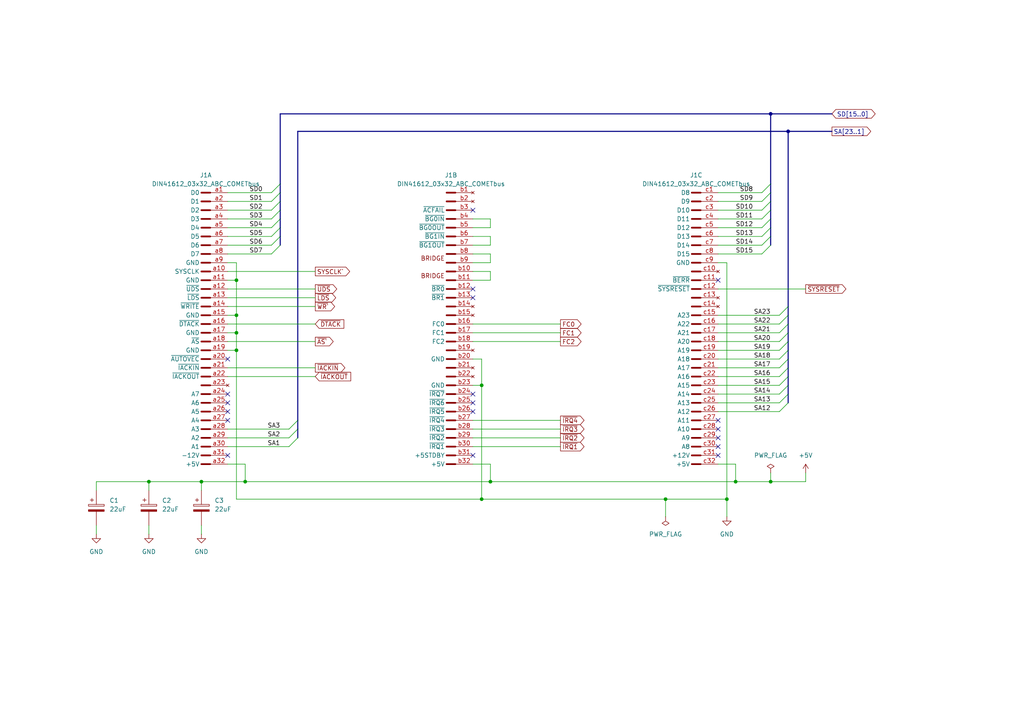
<source format=kicad_sch>
(kicad_sch (version 20231120) (generator "eeschema") (generator_version "8.0")
  (paper "A4")
  (title_block (title "EXPANSION BUS CONNECTOR") (date "2024-02-22") (rev "1") (company "(C) TOM STOREY") (comment 1 "FREE FOR NON-COMMERCIAL USE"))
  (lib_symbols
    (symbol "COMET_symbols:C_Polarized" (pin_numbers hide) (pin_names (offset 0.254))
      (property "Reference" "C" (at 0.635 2.54 0))
      (property "Value" "C_Polarized" (at 0.635 -2.54 0))
      (symbol "C_Polarized_0_1"
        (rectangle (start -2.286 0.508) (end 2.286 1.016))
        (polyline (pts (xy -1.778 2.286) (xy -0.762 2.286)))
        (polyline (pts (xy -1.27 2.794) (xy -1.27 1.778)))
        (rectangle (start 2.286 -0.508) (end -2.286 -1.016) (fill (type outline)))
      )
      (symbol "C_Polarized_1_1"
        (pin passive line (at 0 5.08 270) (length 4.064) (name "~") (number "1"))
        (pin passive line (at 0 -5.08 90) (length 4.064) (name "~") (number "2"))
      )
    )
    (symbol "COMET_symbols:DIN41612_03x32_ABC_COMETbus" (pin_names (offset 3.048))
      (property "Reference" "X1" (at -20.32 45.72 0))
      (property "Value" "DIN41612_03x32_ABC_COMETbus" (at -20.32 43.18 0))
      (symbol "DIN41612_03x32_ABC_COMETbus_1_1"
        (polyline (pts (xy 0 -40.64) (xy 2.54 -40.64)) (stroke (width 0.508)))
        (polyline (pts (xy 0 -38.1) (xy 2.54 -38.1)) (stroke (width 0.508)))
        (polyline (pts (xy 0 -35.56) (xy 2.54 -35.56)) (stroke (width 0.508)))
        (polyline (pts (xy 0 -33.02) (xy 2.54 -33.02)) (stroke (width 0.508)))
        (polyline (pts (xy 0 -30.48) (xy 2.54 -30.48)) (stroke (width 0.508)))
        (polyline (pts (xy 0 -27.94) (xy 2.54 -27.94)) (stroke (width 0.508)))
        (polyline (pts (xy 0 -25.4) (xy 2.54 -25.4)) (stroke (width 0.508)))
        (polyline (pts (xy 0 -22.86) (xy 2.54 -22.86)) (stroke (width 0.508)))
        (polyline (pts (xy 0 -20.32) (xy 2.54 -20.32)) (stroke (width 0.508)))
        (polyline (pts (xy 0 -17.78) (xy 2.54 -17.78)) (stroke (width 0.508)))
        (polyline (pts (xy 0 -15.24) (xy 2.54 -15.24)) (stroke (width 0.508)))
        (polyline (pts (xy 0 -12.7) (xy 2.54 -12.7)) (stroke (width 0.508)))
        (polyline (pts (xy 0 -10.16) (xy 2.54 -10.16)) (stroke (width 0.508)))
        (polyline (pts (xy 0 -7.62) (xy 2.54 -7.62)) (stroke (width 0.508)))
        (polyline (pts (xy 0 -5.08) (xy 2.54 -5.08)) (stroke (width 0.508)))
        (polyline (pts (xy 0 -2.54) (xy 2.54 -2.54)) (stroke (width 0.508)))
        (polyline (pts (xy 0 0) (xy 2.54 0)) (stroke (width 0.508)))
        (polyline (pts (xy 0 2.54) (xy 2.54 2.54)) (stroke (width 0.508)))
        (polyline (pts (xy 0 5.08) (xy 2.54 5.08)) (stroke (width 0.508)))
        (polyline (pts (xy 0 7.62) (xy 2.54 7.62)) (stroke (width 0.508)))
        (polyline (pts (xy 0 10.16) (xy 2.54 10.16)) (stroke (width 0.508)))
        (polyline (pts (xy 0 12.7) (xy 2.54 12.7)) (stroke (width 0.508)))
        (polyline (pts (xy 0 15.24) (xy 2.54 15.24)) (stroke (width 0.508)))
        (polyline (pts (xy 0 17.78) (xy 2.54 17.78)) (stroke (width 0.508)))
        (polyline (pts (xy 0 20.32) (xy 2.54 20.32)) (stroke (width 0.508)))
        (polyline (pts (xy 0 22.86) (xy 2.54 22.86)) (stroke (width 0.508)))
        (polyline (pts (xy 0 25.4) (xy 2.54 25.4)) (stroke (width 0.508)))
        (polyline (pts (xy 0 27.94) (xy 2.54 27.94)) (stroke (width 0.508)))
        (polyline (pts (xy 0 30.48) (xy 2.54 30.48)) (stroke (width 0.508)))
        (polyline (pts (xy 0 33.02) (xy 2.54 33.02)) (stroke (width 0.508)))
        (polyline (pts (xy 0 35.56) (xy 2.54 35.56)) (stroke (width 0.508)))
        (polyline (pts (xy 0 38.1) (xy 2.54 38.1)) (stroke (width 0.508)))
        (pin passive line (at -5.08 38.1 0) (length 5.08) (name "D0") (number "a1"))
        (pin passive line (at -5.08 15.24 0) (length 5.08) (name "SYSCLK") (number "a10"))
        (pin passive line (at -5.08 12.7 0) (length 5.08) (name "GND") (number "a11"))
        (pin passive line (at -5.08 10.16 0) (length 5.08) (name "~{UDS}") (number "a12"))
        (pin passive line (at -5.08 7.62 0) (length 5.08) (name "~{LDS}") (number "a13"))
        (pin passive line (at -5.08 5.08 0) (length 5.08) (name "~{WRITE}") (number "a14"))
        (pin passive line (at -5.08 2.54 0) (length 5.08) (name "GND") (number "a15"))
        (pin passive line (at -5.08 0 0) (length 5.08) (name "~{DTACK}") (number "a16"))
        (pin passive line (at -5.08 -2.54 0) (length 5.08) (name "GND") (number "a17"))
        (pin passive line (at -5.08 -5.08 0) (length 5.08) (name "~{AS}") (number "a18"))
        (pin passive line (at -5.08 -7.62 0) (length 5.08) (name "GND") (number "a19"))
        (pin passive line (at -5.08 35.56 0) (length 5.08) (name "D1") (number "a2"))
        (pin passive line (at -5.08 -10.16 0) (length 5.08) (name "~{AUTOVEC}") (number "a20"))
        (pin passive line (at -5.08 -12.7 0) (length 5.08) (name "~{IACKIN}") (number "a21"))
        (pin passive line (at -5.08 -15.24 0) (length 5.08) (name "~{IACKOUT}") (number "a22"))
        (pin no_connect line (at -5.08 -17.78 0) (length 5.08) (name "") (number "a23"))
        (pin passive line (at -5.08 -20.32 0) (length 5.08) (name "A7") (number "a24"))
        (pin passive line (at -5.08 -22.86 0) (length 5.08) (name "A6") (number "a25"))
        (pin passive line (at -5.08 -25.4 0) (length 5.08) (name "A5") (number "a26"))
        (pin passive line (at -5.08 -27.94 0) (length 5.08) (name "A4") (number "a27"))
        (pin passive line (at -5.08 -30.48 0) (length 5.08) (name "A3") (number "a28"))
        (pin passive line (at -5.08 -33.02 0) (length 5.08) (name "A2") (number "a29"))
        (pin passive line (at -5.08 33.02 0) (length 5.08) (name "D2") (number "a3"))
        (pin passive line (at -5.08 -35.56 0) (length 5.08) (name "A1") (number "a30"))
        (pin passive line (at -5.08 -38.1 0) (length 5.08) (name "-12V") (number "a31"))
        (pin passive line (at -5.08 -40.64 0) (length 5.08) (name "+5V") (number "a32"))
        (pin passive line (at -5.08 30.48 0) (length 5.08) (name "D3") (number "a4"))
        (pin passive line (at -5.08 27.94 0) (length 5.08) (name "D4") (number "a5"))
        (pin passive line (at -5.08 25.4 0) (length 5.08) (name "D5") (number "a6"))
        (pin passive line (at -5.08 22.86 0) (length 5.08) (name "D6") (number "a7"))
        (pin passive line (at -5.08 20.32 0) (length 5.08) (name "D7") (number "a8"))
        (pin passive line (at -5.08 17.78 0) (length 5.08) (name "GND") (number "a9"))
      )
      (symbol "DIN41612_03x32_ABC_COMETbus_2_0"
        (text "BRIDGE" (at 3.048 13.97 0) (effects (font (size 1.27 1.27)) (justify left)))
        (text "BRIDGE" (at 3.048 19.05 0) (effects (font (size 1.27 1.27)) (justify left)))
      )
      (symbol "DIN41612_03x32_ABC_COMETbus_2_1"
        (polyline (pts (xy 0 -40.64) (xy 2.54 -40.64)) (stroke (width 0.508)))
        (polyline (pts (xy 0 -38.1) (xy 2.54 -38.1)) (stroke (width 0.508)))
        (polyline (pts (xy 0 -35.56) (xy 2.54 -35.56)) (stroke (width 0.508)))
        (polyline (pts (xy 0 -33.02) (xy 2.54 -33.02)) (stroke (width 0.508)))
        (polyline (pts (xy 0 -30.48) (xy 2.54 -30.48)) (stroke (width 0.508)))
        (polyline (pts (xy 0 -27.94) (xy 2.54 -27.94)) (stroke (width 0.508)))
        (polyline (pts (xy 0 -25.4) (xy 2.54 -25.4)) (stroke (width 0.508)))
        (polyline (pts (xy 0 -22.86) (xy 2.54 -22.86)) (stroke (width 0.508)))
        (polyline (pts (xy 0 -20.32) (xy 2.54 -20.32)) (stroke (width 0.508)))
        (polyline (pts (xy 0 -17.78) (xy 2.54 -17.78)) (stroke (width 0.508)))
        (polyline (pts (xy 0 -15.24) (xy 2.54 -15.24)) (stroke (width 0.508)))
        (polyline (pts (xy 0 -12.7) (xy 2.54 -12.7)) (stroke (width 0.508)))
        (polyline (pts (xy 0 -10.16) (xy 2.54 -10.16)) (stroke (width 0.508)))
        (polyline (pts (xy 0 -7.62) (xy 2.54 -7.62)) (stroke (width 0.508)))
        (polyline (pts (xy 0 -5.08) (xy 2.54 -5.08)) (stroke (width 0.508)))
        (polyline (pts (xy 0 -2.54) (xy 2.54 -2.54)) (stroke (width 0.508)))
        (polyline (pts (xy 0 0) (xy 2.54 0)) (stroke (width 0.508)))
        (polyline (pts (xy 0 2.54) (xy 2.54 2.54)) (stroke (width 0.508)))
        (polyline (pts (xy 0 5.08) (xy 2.54 5.08)) (stroke (width 0.508)))
        (polyline (pts (xy 0 7.62) (xy 2.54 7.62)) (stroke (width 0.508)))
        (polyline (pts (xy 0 10.16) (xy 2.54 10.16)) (stroke (width 0.508)))
        (polyline (pts (xy 0 12.7) (xy 2.54 12.7)) (stroke (width 0.508)))
        (polyline (pts (xy 0 15.24) (xy 2.54 15.24)) (stroke (width 0.508)))
        (polyline (pts (xy 0 17.78) (xy 2.54 17.78)) (stroke (width 0.508)))
        (polyline (pts (xy 0 20.32) (xy 2.54 20.32)) (stroke (width 0.508)))
        (polyline (pts (xy 0 22.86) (xy 2.54 22.86)) (stroke (width 0.508)))
        (polyline (pts (xy 0 25.4) (xy 2.54 25.4)) (stroke (width 0.508)))
        (polyline (pts (xy 0 27.94) (xy 2.54 27.94)) (stroke (width 0.508)))
        (polyline (pts (xy 0 30.48) (xy 2.54 30.48)) (stroke (width 0.508)))
        (polyline (pts (xy 0 33.02) (xy 2.54 33.02)) (stroke (width 0.508)))
        (polyline (pts (xy 0 35.56) (xy 2.54 35.56)) (stroke (width 0.508)))
        (polyline (pts (xy 0 38.1) (xy 2.54 38.1)) (stroke (width 0.508)))
        (pin no_connect line (at -5.08 38.1 0) (length 5.08) (name "") (number "b1"))
        (pin passive line (at -5.08 15.24 0) (length 5.08) (name "") (number "b10"))
        (pin passive line (at -5.08 12.7 0) (length 5.08) (name "") (number "b11"))
        (pin passive line (at -5.08 10.16 0) (length 5.08) (name "~{BR0}") (number "b12"))
        (pin passive line (at -5.08 7.62 0) (length 5.08) (name "~{BR1}") (number "b13"))
        (pin no_connect line (at -5.08 5.08 0) (length 5.08) (name "") (number "b14"))
        (pin no_connect line (at -5.08 2.54 0) (length 5.08) (name "") (number "b15"))
        (pin passive line (at -5.08 0 0) (length 5.08) (name "FC0") (number "b16"))
        (pin passive line (at -5.08 -2.54 0) (length 5.08) (name "FC1") (number "b17"))
        (pin passive line (at -5.08 -5.08 0) (length 5.08) (name "FC2") (number "b18"))
        (pin no_connect line (at -5.08 -7.62 0) (length 5.08) (name "") (number "b19"))
        (pin no_connect line (at -5.08 35.56 0) (length 5.08) (name "") (number "b2"))
        (pin passive line (at -5.08 -10.16 0) (length 5.08) (name "GND") (number "b20"))
        (pin no_connect line (at -5.08 -12.7 0) (length 5.08) (name "") (number "b21"))
        (pin no_connect line (at -5.08 -15.24 0) (length 5.08) (name "") (number "b22"))
        (pin passive line (at -5.08 -17.78 0) (length 5.08) (name "GND") (number "b23"))
        (pin passive line (at -5.08 -20.32 0) (length 5.08) (name "~{IRQ7}") (number "b24"))
        (pin passive line (at -5.08 -22.86 0) (length 5.08) (name "~{IRQ6}") (number "b25"))
        (pin passive line (at -5.08 -25.4 0) (length 5.08) (name "~{IRQ5}") (number "b26"))
        (pin passive line (at -5.08 -27.94 0) (length 5.08) (name "~{IRQ4}") (number "b27"))
        (pin passive line (at -5.08 -30.48 0) (length 5.08) (name "~{IRQ3}") (number "b28"))
        (pin passive line (at -5.08 -33.02 0) (length 5.08) (name "~{IRQ2}") (number "b29"))
        (pin passive line (at -5.08 33.02 0) (length 5.08) (name "~{ACFAIL}") (number "b3"))
        (pin passive line (at -5.08 -35.56 0) (length 5.08) (name "~{IRQ1}") (number "b30"))
        (pin passive line (at -5.08 -38.1 0) (length 5.08) (name "+5STDBY") (number "b31"))
        (pin passive line (at -5.08 -40.64 0) (length 5.08) (name "+5V") (number "b32"))
        (pin passive line (at -5.08 30.48 0) (length 5.08) (name "~{BG0IN}") (number "b4"))
        (pin passive line (at -5.08 27.94 0) (length 5.08) (name "~{BG0OUT}") (number "b5"))
        (pin passive line (at -5.08 25.4 0) (length 5.08) (name "~{BG1IN}") (number "b6"))
        (pin passive line (at -5.08 22.86 0) (length 5.08) (name "~{BG1OUT}") (number "b7"))
        (pin passive line (at -5.08 20.32 0) (length 5.08) (name "") (number "b8"))
        (pin passive line (at -5.08 17.78 0) (length 5.08) (name "") (number "b9"))
      )
      (symbol "DIN41612_03x32_ABC_COMETbus_3_1"
        (polyline (pts (xy 0 -40.64) (xy 2.54 -40.64)) (stroke (width 0.508)))
        (polyline (pts (xy 0 -38.1) (xy 2.54 -38.1)) (stroke (width 0.508)))
        (polyline (pts (xy 0 -35.56) (xy 2.54 -35.56)) (stroke (width 0.508)))
        (polyline (pts (xy 0 -33.02) (xy 2.54 -33.02)) (stroke (width 0.508)))
        (polyline (pts (xy 0 -30.48) (xy 2.54 -30.48)) (stroke (width 0.508)))
        (polyline (pts (xy 0 -27.94) (xy 2.54 -27.94)) (stroke (width 0.508)))
        (polyline (pts (xy 0 -25.4) (xy 2.54 -25.4)) (stroke (width 0.508)))
        (polyline (pts (xy 0 -22.86) (xy 2.54 -22.86)) (stroke (width 0.508)))
        (polyline (pts (xy 0 -20.32) (xy 2.54 -20.32)) (stroke (width 0.508)))
        (polyline (pts (xy 0 -17.78) (xy 2.54 -17.78)) (stroke (width 0.508)))
        (polyline (pts (xy 0 -15.24) (xy 2.54 -15.24)) (stroke (width 0.508)))
        (polyline (pts (xy 0 -12.7) (xy 2.54 -12.7)) (stroke (width 0.508)))
        (polyline (pts (xy 0 -10.16) (xy 2.54 -10.16)) (stroke (width 0.508)))
        (polyline (pts (xy 0 -7.62) (xy 2.54 -7.62)) (stroke (width 0.508)))
        (polyline (pts (xy 0 -5.08) (xy 2.54 -5.08)) (stroke (width 0.508)))
        (polyline (pts (xy 0 -2.54) (xy 2.54 -2.54)) (stroke (width 0.508)))
        (polyline (pts (xy 0 0) (xy 2.54 0)) (stroke (width 0.508)))
        (polyline (pts (xy 0 2.54) (xy 2.54 2.54)) (stroke (width 0.508)))
        (polyline (pts (xy 0 5.08) (xy 2.54 5.08)) (stroke (width 0.508)))
        (polyline (pts (xy 0 7.62) (xy 2.54 7.62)) (stroke (width 0.508)))
        (polyline (pts (xy 0 10.16) (xy 2.54 10.16)) (stroke (width 0.508)))
        (polyline (pts (xy 0 12.7) (xy 2.54 12.7)) (stroke (width 0.508)))
        (polyline (pts (xy 0 15.24) (xy 2.54 15.24)) (stroke (width 0.508)))
        (polyline (pts (xy 0 17.78) (xy 2.54 17.78)) (stroke (width 0.508)))
        (polyline (pts (xy 0 20.32) (xy 2.54 20.32)) (stroke (width 0.508)))
        (polyline (pts (xy 0 22.86) (xy 2.54 22.86)) (stroke (width 0.508)))
        (polyline (pts (xy 0 25.4) (xy 2.54 25.4)) (stroke (width 0.508)))
        (polyline (pts (xy 0 27.94) (xy 2.54 27.94)) (stroke (width 0.508)))
        (polyline (pts (xy 0 30.48) (xy 2.54 30.48)) (stroke (width 0.508)))
        (polyline (pts (xy 0 33.02) (xy 2.54 33.02)) (stroke (width 0.508)))
        (polyline (pts (xy 0 35.56) (xy 2.54 35.56)) (stroke (width 0.508)))
        (polyline (pts (xy 0 38.1) (xy 2.54 38.1)) (stroke (width 0.508)))
        (pin passive line (at -5.08 38.1 0) (length 5.08) (name "D8") (number "c1"))
        (pin no_connect line (at -5.08 15.24 0) (length 5.08) (name "") (number "c10"))
        (pin passive line (at -5.08 12.7 0) (length 5.08) (name "~{BERR}") (number "c11"))
        (pin passive line (at -5.08 10.16 0) (length 5.08) (name "~{SYSRESET}") (number "c12"))
        (pin no_connect line (at -5.08 7.62 0) (length 5.08) (name "") (number "c13"))
        (pin no_connect line (at -5.08 5.08 0) (length 5.08) (name "") (number "c14"))
        (pin passive line (at -5.08 2.54 0) (length 5.08) (name "A23") (number "c15"))
        (pin passive line (at -5.08 0 0) (length 5.08) (name "A22") (number "c16"))
        (pin passive line (at -5.08 -2.54 0) (length 5.08) (name "A21") (number "c17"))
        (pin passive line (at -5.08 -5.08 0) (length 5.08) (name "A20") (number "c18"))
        (pin passive line (at -5.08 -7.62 0) (length 5.08) (name "A19") (number "c19"))
        (pin passive line (at -5.08 35.56 0) (length 5.08) (name "D9") (number "c2"))
        (pin passive line (at -5.08 -10.16 0) (length 5.08) (name "A18") (number "c20"))
        (pin passive line (at -5.08 -12.7 0) (length 5.08) (name "A17") (number "c21"))
        (pin passive line (at -5.08 -15.24 0) (length 5.08) (name "A16") (number "c22"))
        (pin passive line (at -5.08 -17.78 0) (length 5.08) (name "A15") (number "c23"))
        (pin passive line (at -5.08 -20.32 0) (length 5.08) (name "A14") (number "c24"))
        (pin passive line (at -5.08 -22.86 0) (length 5.08) (name "A13") (number "c25"))
        (pin passive line (at -5.08 -25.4 0) (length 5.08) (name "A12") (number "c26"))
        (pin passive line (at -5.08 -27.94 0) (length 5.08) (name "A11") (number "c27"))
        (pin passive line (at -5.08 -30.48 0) (length 5.08) (name "A10") (number "c28"))
        (pin passive line (at -5.08 -33.02 0) (length 5.08) (name "A9") (number "c29"))
        (pin passive line (at -5.08 33.02 0) (length 5.08) (name "D10") (number "c3"))
        (pin passive line (at -5.08 -35.56 0) (length 5.08) (name "A8") (number "c30"))
        (pin passive line (at -5.08 -38.1 0) (length 5.08) (name "+12V") (number "c31"))
        (pin passive line (at -5.08 -40.64 0) (length 5.08) (name "+5V") (number "c32"))
        (pin passive line (at -5.08 30.48 0) (length 5.08) (name "D11") (number "c4"))
        (pin passive line (at -5.08 27.94 0) (length 5.08) (name "D12") (number "c5"))
        (pin passive line (at -5.08 25.4 0) (length 5.08) (name "D13") (number "c6"))
        (pin passive line (at -5.08 22.86 0) (length 5.08) (name "D14") (number "c7"))
        (pin passive line (at -5.08 20.32 0) (length 5.08) (name "D15") (number "c8"))
        (pin passive line (at -5.08 17.78 0) (length 5.08) (name "GND") (number "c9"))
      )
    )
    (symbol "power:+5V" (power) (pin_numbers hide) (pin_names (offset 0) hide)
      (property "Value" "+5V" (at 0 3.556 0))
      (symbol "+5V_0_1"
        (polyline (pts (xy -0.762 1.27) (xy 0 2.54)))
        (polyline (pts (xy 0 0) (xy 0 2.54)))
        (polyline (pts (xy 0 2.54) (xy 0.762 1.27)))
      )
      (symbol "+5V_1_1"
        (pin power_in line (at 0 0 90) (length 0) (name "~") (number "1"))
      )
    )
    (symbol "power:GND" (power) (pin_numbers hide) (pin_names (offset 0) hide)
      (property "Value" "GND" (at 0 -3.81 0))
      (symbol "GND_0_1"
        (polyline (pts (xy 0 0) (xy 0 -1.27) (xy 1.27 -1.27) (xy 0 -2.54) (xy -1.27 -1.27) (xy 0 -1.27)))
      )
      (symbol "GND_1_1"
        (pin power_in line (at 0 0 270) (length 0) (name "~") (number "1"))
      )
    )
    (symbol "power:PWR_FLAG" (power) (pin_numbers hide) (pin_names (offset 0) hide)
      (property "Value" "PWR_FLAG" (at 0 3.81 0))
      (symbol "PWR_FLAG_0_0"
        (pin power_out line (at 0 0 90) (length 0) (name "~") (number "1"))
      )
      (symbol "PWR_FLAG_0_1"
        (polyline (pts (xy 0 0) (xy 0 1.27) (xy -1.016 1.905) (xy 0 2.54) (xy 1.016 1.905) (xy 0 1.27)))
      )
    )
  )
  (junction (at 139.7 111.76))
  (junction (at 213.36 139.7))
  (junction (at 193.04 144.78))
  (junction (at 210.82 144.78))
  (junction (at 139.7 144.78))
  (junction (at 71.12 139.7))
  (junction (at 68.58 91.44))
  (junction (at 142.24 139.7))
  (junction (at 43.18 139.7))
  (junction (at 223.52 33.02))
  (junction (at 68.58 101.6))
  (junction (at 228.6 38.1))
  (junction (at 58.42 139.7))
  (junction (at 68.58 81.28))
  (junction (at 223.52 139.7))
  (junction (at 68.58 96.52))
  (no_connect (at 66.04 104.14))
  (no_connect (at 137.16 83.82))
  (no_connect (at 137.16 86.36))
  (no_connect (at 66.04 116.84))
  (no_connect (at 208.28 132.08))
  (no_connect (at 208.28 121.92))
  (no_connect (at 66.04 132.08))
  (no_connect (at 66.04 114.3))
  (no_connect (at 137.16 119.38))
  (no_connect (at 208.28 129.54))
  (no_connect (at 208.28 127))
  (no_connect (at 66.04 119.38))
  (no_connect (at 137.16 116.84))
  (no_connect (at 66.04 121.92))
  (no_connect (at 208.28 81.28))
  (no_connect (at 137.16 60.96))
  (no_connect (at 137.16 114.3))
  (no_connect (at 208.28 124.46))
  (no_connect (at 137.16 132.08))
  (bus_entry (at 81.28 66.04) (size -2.54 2.54))
  (bus_entry (at 228.6 101.6) (size -2.54 2.54))
  (bus_entry (at 81.28 53.34) (size -2.54 2.54))
  (bus_entry (at 81.28 58.42) (size -2.54 2.54))
  (bus_entry (at 223.52 63.5) (size -2.54 2.54))
  (bus_entry (at 228.6 96.52) (size -2.54 2.54))
  (bus_entry (at 228.6 104.14) (size -2.54 2.54))
  (bus_entry (at 228.6 109.22) (size -2.54 2.54))
  (bus_entry (at 223.52 68.58) (size -2.54 2.54))
  (bus_entry (at 81.28 63.5) (size -2.54 2.54))
  (bus_entry (at 228.6 106.68) (size -2.54 2.54))
  (bus_entry (at 86.36 127) (size -2.54 2.54))
  (bus_entry (at 81.28 68.58) (size -2.54 2.54))
  (bus_entry (at 223.52 53.34) (size -2.54 2.54))
  (bus_entry (at 228.6 88.9) (size -2.54 2.54))
  (bus_entry (at 223.52 55.88) (size -2.54 2.54))
  (bus_entry (at 81.28 71.12) (size -2.54 2.54))
  (bus_entry (at 86.36 124.46) (size -2.54 2.54))
  (bus_entry (at 223.52 58.42) (size -2.54 2.54))
  (bus_entry (at 228.6 116.84) (size -2.54 2.54))
  (bus_entry (at 223.52 60.96) (size -2.54 2.54))
  (bus_entry (at 81.28 60.96) (size -2.54 2.54))
  (bus_entry (at 228.6 114.3) (size -2.54 2.54))
  (bus_entry (at 228.6 93.98) (size -2.54 2.54))
  (bus_entry (at 81.28 55.88) (size -2.54 2.54))
  (bus_entry (at 223.52 66.04) (size -2.54 2.54))
  (bus_entry (at 86.36 121.92) (size -2.54 2.54))
  (bus_entry (at 228.6 111.76) (size -2.54 2.54))
  (bus_entry (at 228.6 91.44) (size -2.54 2.54))
  (bus_entry (at 223.52 71.12) (size -2.54 2.54))
  (bus_entry (at 228.6 99.06) (size -2.54 2.54))
  (wire (pts (xy 208.28 58.42) (xy 220.98 58.42)))
  (wire (pts (xy 66.04 66.04) (xy 78.74 66.04)))
  (wire (pts (xy 208.28 116.84) (xy 226.06 116.84)))
  (wire (pts (xy 208.28 96.52) (xy 226.06 96.52)))
  (bus (pts (xy 228.6 91.44) (xy 228.6 93.98)))
  (wire (pts (xy 66.04 68.58) (xy 78.74 68.58)))
  (bus (pts (xy 223.52 60.96) (xy 223.52 63.5)))
  (wire (pts (xy 66.04 96.52) (xy 68.58 96.52)))
  (wire (pts (xy 208.28 63.5) (xy 220.98 63.5)))
  (bus (pts (xy 228.6 88.9) (xy 228.6 91.44)))
  (wire (pts (xy 71.12 139.7) (xy 142.24 139.7)))
  (wire (pts (xy 223.52 139.7) (xy 233.68 139.7)))
  (wire (pts (xy 66.04 91.44) (xy 68.58 91.44)))
  (wire (pts (xy 66.04 124.46) (xy 83.82 124.46)))
  (wire (pts (xy 68.58 76.2) (xy 68.58 81.28)))
  (wire (pts (xy 142.24 63.5) (xy 142.24 66.04)))
  (bus (pts (xy 228.6 109.22) (xy 228.6 111.76)))
  (bus (pts (xy 81.28 71.12) (xy 81.28 68.58)))
  (wire (pts (xy 137.16 127) (xy 162.56 127)))
  (wire (pts (xy 213.36 139.7) (xy 223.52 139.7)))
  (wire (pts (xy 210.82 144.78) (xy 210.82 149.86)))
  (bus (pts (xy 228.6 106.68) (xy 228.6 109.22)))
  (wire (pts (xy 137.16 81.28) (xy 142.24 81.28)))
  (wire (pts (xy 142.24 134.62) (xy 142.24 139.7)))
  (wire (pts (xy 208.28 99.06) (xy 226.06 99.06)))
  (wire (pts (xy 137.16 68.58) (xy 142.24 68.58)))
  (bus (pts (xy 228.6 111.76) (xy 228.6 114.3)))
  (wire (pts (xy 208.28 66.04) (xy 220.98 66.04)))
  (wire (pts (xy 68.58 101.6) (xy 68.58 144.78)))
  (wire (pts (xy 66.04 73.66) (xy 78.74 73.66)))
  (wire (pts (xy 66.04 88.9) (xy 91.44 88.9)))
  (bus (pts (xy 81.28 60.96) (xy 81.28 58.42)))
  (bus (pts (xy 86.36 38.1) (xy 86.36 121.92)))
  (bus (pts (xy 228.6 101.6) (xy 228.6 104.14)))
  (wire (pts (xy 137.16 104.14) (xy 139.7 104.14)))
  (bus (pts (xy 228.6 99.06) (xy 228.6 101.6)))
  (bus (pts (xy 81.28 33.02) (xy 223.52 33.02)))
  (wire (pts (xy 223.52 137.16) (xy 223.52 139.7)))
  (wire (pts (xy 208.28 114.3) (xy 226.06 114.3)))
  (bus (pts (xy 81.28 66.04) (xy 81.28 63.5)))
  (wire (pts (xy 137.16 76.2) (xy 142.24 76.2)))
  (wire (pts (xy 43.18 152.4) (xy 43.18 154.94)))
  (wire (pts (xy 210.82 76.2) (xy 208.28 76.2)))
  (wire (pts (xy 208.28 68.58) (xy 220.98 68.58)))
  (wire (pts (xy 139.7 104.14) (xy 139.7 111.76)))
  (bus (pts (xy 228.6 38.1) (xy 241.3 38.1)))
  (bus (pts (xy 81.28 63.5) (xy 81.28 60.96)))
  (wire (pts (xy 43.18 139.7) (xy 43.18 142.24)))
  (wire (pts (xy 66.04 60.96) (xy 78.74 60.96)))
  (bus (pts (xy 223.52 58.42) (xy 223.52 60.96)))
  (wire (pts (xy 139.7 144.78) (xy 193.04 144.78)))
  (wire (pts (xy 68.58 81.28) (xy 68.58 91.44)))
  (wire (pts (xy 208.28 71.12) (xy 220.98 71.12)))
  (wire (pts (xy 142.24 139.7) (xy 213.36 139.7)))
  (wire (pts (xy 66.04 86.36) (xy 91.44 86.36)))
  (bus (pts (xy 223.52 68.58) (xy 223.52 71.12)))
  (wire (pts (xy 213.36 134.62) (xy 208.28 134.62)))
  (bus (pts (xy 81.28 55.88) (xy 81.28 53.34)))
  (wire (pts (xy 137.16 73.66) (xy 142.24 73.66)))
  (bus (pts (xy 223.52 33.02) (xy 241.3 33.02)))
  (wire (pts (xy 208.28 83.82) (xy 233.68 83.82)))
  (wire (pts (xy 66.04 134.62) (xy 71.12 134.62)))
  (bus (pts (xy 81.28 58.42) (xy 81.28 55.88)))
  (bus (pts (xy 81.28 68.58) (xy 81.28 66.04)))
  (bus (pts (xy 223.52 53.34) (xy 223.52 55.88)))
  (bus (pts (xy 86.36 38.1) (xy 228.6 38.1)))
  (wire (pts (xy 208.28 119.38) (xy 226.06 119.38)))
  (wire (pts (xy 208.28 104.14) (xy 226.06 104.14)))
  (wire (pts (xy 66.04 71.12) (xy 78.74 71.12)))
  (bus (pts (xy 86.36 121.92) (xy 86.36 124.46)))
  (wire (pts (xy 208.28 60.96) (xy 220.98 60.96)))
  (wire (pts (xy 137.16 121.92) (xy 162.56 121.92)))
  (wire (pts (xy 193.04 144.78) (xy 193.04 149.86)))
  (bus (pts (xy 223.52 55.88) (xy 223.52 58.42)))
  (wire (pts (xy 137.16 63.5) (xy 142.24 63.5)))
  (wire (pts (xy 66.04 99.06) (xy 91.44 99.06)))
  (bus (pts (xy 228.6 96.52) (xy 228.6 99.06)))
  (wire (pts (xy 68.58 144.78) (xy 139.7 144.78)))
  (wire (pts (xy 66.04 78.74) (xy 91.44 78.74)))
  (wire (pts (xy 27.94 152.4) (xy 27.94 154.94)))
  (wire (pts (xy 142.24 68.58) (xy 142.24 71.12)))
  (wire (pts (xy 66.04 127) (xy 83.82 127)))
  (wire (pts (xy 142.24 78.74) (xy 142.24 81.28)))
  (wire (pts (xy 68.58 91.44) (xy 68.58 96.52)))
  (wire (pts (xy 71.12 139.7) (xy 58.42 139.7)))
  (wire (pts (xy 27.94 139.7) (xy 27.94 142.24)))
  (bus (pts (xy 81.28 53.34) (xy 81.28 33.02)))
  (wire (pts (xy 43.18 139.7) (xy 27.94 139.7)))
  (wire (pts (xy 137.16 134.62) (xy 142.24 134.62)))
  (wire (pts (xy 208.28 106.68) (xy 226.06 106.68)))
  (wire (pts (xy 139.7 111.76) (xy 139.7 144.78)))
  (bus (pts (xy 228.6 114.3) (xy 228.6 116.84)))
  (wire (pts (xy 66.04 106.68) (xy 91.44 106.68)))
  (wire (pts (xy 66.04 109.22) (xy 91.44 109.22)))
  (wire (pts (xy 137.16 111.76) (xy 139.7 111.76)))
  (wire (pts (xy 137.16 93.98) (xy 162.56 93.98)))
  (bus (pts (xy 228.6 93.98) (xy 228.6 96.52)))
  (wire (pts (xy 66.04 76.2) (xy 68.58 76.2)))
  (wire (pts (xy 208.28 55.88) (xy 220.98 55.88)))
  (wire (pts (xy 66.04 129.54) (xy 83.82 129.54)))
  (wire (pts (xy 66.04 63.5) (xy 78.74 63.5)))
  (wire (pts (xy 208.28 109.22) (xy 226.06 109.22)))
  (wire (pts (xy 233.68 137.16) (xy 233.68 139.7)))
  (wire (pts (xy 66.04 83.82) (xy 91.44 83.82)))
  (bus (pts (xy 228.6 104.14) (xy 228.6 106.68)))
  (wire (pts (xy 58.42 139.7) (xy 58.42 142.24)))
  (wire (pts (xy 142.24 73.66) (xy 142.24 76.2)))
  (wire (pts (xy 213.36 139.7) (xy 213.36 134.62)))
  (wire (pts (xy 193.04 144.78) (xy 210.82 144.78)))
  (wire (pts (xy 71.12 134.62) (xy 71.12 139.7)))
  (wire (pts (xy 210.82 144.78) (xy 210.82 76.2)))
  (bus (pts (xy 223.52 33.02) (xy 223.52 53.34)))
  (wire (pts (xy 66.04 55.88) (xy 78.74 55.88)))
  (wire (pts (xy 208.28 73.66) (xy 220.98 73.66)))
  (wire (pts (xy 68.58 96.52) (xy 68.58 101.6)))
  (wire (pts (xy 137.16 71.12) (xy 142.24 71.12)))
  (wire (pts (xy 66.04 58.42) (xy 78.74 58.42)))
  (wire (pts (xy 208.28 91.44) (xy 226.06 91.44)))
  (wire (pts (xy 58.42 139.7) (xy 43.18 139.7)))
  (bus (pts (xy 86.36 124.46) (xy 86.36 127)))
  (wire (pts (xy 137.16 129.54) (xy 162.56 129.54)))
  (bus (pts (xy 223.52 66.04) (xy 223.52 68.58)))
  (wire (pts (xy 66.04 101.6) (xy 68.58 101.6)))
  (wire (pts (xy 58.42 152.4) (xy 58.42 154.94)))
  (wire (pts (xy 208.28 111.76) (xy 226.06 111.76)))
  (wire (pts (xy 137.16 78.74) (xy 142.24 78.74)))
  (wire (pts (xy 66.04 81.28) (xy 68.58 81.28)))
  (wire (pts (xy 208.28 93.98) (xy 226.06 93.98)))
  (wire (pts (xy 137.16 124.46) (xy 162.56 124.46)))
  (wire (pts (xy 137.16 99.06) (xy 162.56 99.06)))
  (wire (pts (xy 208.28 101.6) (xy 226.06 101.6)))
  (wire (pts (xy 137.16 96.52) (xy 162.56 96.52)))
  (bus (pts (xy 228.6 38.1) (xy 228.6 88.9)))
  (wire (pts (xy 66.04 93.98) (xy 91.44 93.98)))
  (wire (pts (xy 137.16 66.04) (xy 142.24 66.04)))
  (bus (pts (xy 223.52 63.5) (xy 223.52 66.04)))
  (label "SD13" (at 218.44 68.58 180))
  (label "SA23" (at 223.52 91.44 180))
  (label "SA1" (at 81.28 129.54 180))
  (label "SA22" (at 223.52 93.98 180))
  (label "SA20" (at 223.52 99.06 180))
  (label "SD7" (at 76.2 73.66 180))
  (label "SD8" (at 218.44 55.88 180))
  (label "SA17" (at 223.52 106.68 180))
  (label "SA12" (at 223.52 119.38 180))
  (label "SD1" (at 76.2 58.42 180))
  (label "SD6" (at 76.2 71.12 180))
  (label "SA14" (at 223.52 114.3 180))
  (label "SA21" (at 223.52 96.52 180))
  (label "SD15" (at 218.44 73.66 180))
  (label "SA19" (at 223.52 101.6 180))
  (label "SA2" (at 81.28 127 180))
  (label "SD3" (at 76.2 63.5 180))
  (label "SD11" (at 218.44 63.5 180))
  (label "SD9" (at 218.44 58.42 180))
  (label "SA13" (at 223.52 116.84 180))
  (label "SA15" (at 223.52 111.76 180))
  (label "SD2" (at 76.2 60.96 180))
  (label "SD10" (at 218.44 60.96 180))
  (label "SA18" (at 223.52 104.14 180))
  (label "SD12" (at 218.44 66.04 180))
  (label "SD14" (at 218.44 71.12 180))
  (label "SA3" (at 81.28 124.46 180))
  (label "SD5" (at 76.2 68.58 180))
  (label "SD0" (at 76.2 55.88 180))
  (label "SD4" (at 76.2 66.04 180))
  (label "SA16" (at 223.52 109.22 180))
  (global_label "~{AS`}" (shape output) (at 91.44 99.06 0) (property "Intersheetrefs" "${INTERSHEET_REFS}" (effects (hide yes))))
  (global_label "SD[15..0]" (shape bidirectional) (at 241.3 33.02 0) (property "Intersheetrefs" "${INTERSHEET_REFS}" (effects (hide yes))))
  (global_label "~{IRQ2}" (shape output) (at 162.56 127 0) (property "Intersheetrefs" "${INTERSHEET_REFS}" (effects (hide yes))))
  (global_label "SYSCLK`" (shape output) (at 91.44 78.74 0) (property "Intersheetrefs" "${INTERSHEET_REFS}" (effects (hide yes))))
  (global_label "~{IACKIN}" (shape output) (at 91.44 106.68 0) (property "Intersheetrefs" "${INTERSHEET_REFS}" (effects (hide yes))))
  (global_label "SA[23..1]" (shape output) (at 241.3 38.1 0) (property "Intersheetrefs" "${INTERSHEET_REFS}" (effects (hide yes))))
  (global_label "~{SYSRESET}" (shape output) (at 233.68 83.82 0) (property "Intersheetrefs" "${INTERSHEET_REFS}" (effects (hide yes))))
  (global_label "~{IRQ3}" (shape output) (at 162.56 124.46 0) (property "Intersheetrefs" "${INTERSHEET_REFS}" (effects (hide yes))))
  (global_label "~{UDS}" (shape output) (at 91.44 83.82 0) (property "Intersheetrefs" "${INTERSHEET_REFS}" (effects (hide yes))))
  (global_label "FC2" (shape output) (at 162.56 99.06 0) (property "Intersheetrefs" "${INTERSHEET_REFS}" (effects (hide yes))))
  (global_label "~{IACKOUT}" (shape input) (at 91.44 109.22 0) (property "Intersheetrefs" "${INTERSHEET_REFS}" (effects (hide yes))))
  (global_label "FC0" (shape output) (at 162.56 93.98 0) (property "Intersheetrefs" "${INTERSHEET_REFS}" (effects (hide yes))))
  (global_label "~{LDS}" (shape output) (at 91.44 86.36 0) (property "Intersheetrefs" "${INTERSHEET_REFS}" (effects (hide yes))))
  (global_label "~{WR`}" (shape output) (at 91.44 88.9 0) (property "Intersheetrefs" "${INTERSHEET_REFS}" (effects (hide yes))))
  (global_label "~{IRQ1}" (shape output) (at 162.56 129.54 0) (property "Intersheetrefs" "${INTERSHEET_REFS}" (effects (hide yes))))
  (global_label "~{IRQ4}" (shape output) (at 162.56 121.92 0) (property "Intersheetrefs" "${INTERSHEET_REFS}" (effects (hide yes))))
  (global_label "FC1" (shape output) (at 162.56 96.52 0) (property "Intersheetrefs" "${INTERSHEET_REFS}" (effects (hide yes))))
  (global_label "~{DTACK}" (shape input) (at 91.44 93.98 0) (property "Intersheetrefs" "${INTERSHEET_REFS}" (effects (hide yes))))
  (symbol (lib_id "COMET_symbols:DIN41612_03x32_ABC_COMETbus") (at 132.08 93.98 0) (mirror y) (unit 2)
    (property "Reference" "J1" (at 130.81 50.8 0))
    (property "Value" "DIN41612_03x32_ABC_COMETbus" (at 130.81 53.34 0))
    (property "Footprint" "COMET_footprints:DIN41612_C_3x32_Male_Horizontal_THT" (effects (hide yes)))
    (property "Description" "DIN41612 3x32 male connector with COMETbus signals" (effects (hide yes)))
  )
  (symbol (lib_id "power:GND") (at 27.94 154.94 0) (unit 1)
    (property "Reference" "#PWR01" (effects (hide yes)))
    (property "Value" "GND" (at 27.94 160.02 0))
    (property "Description" "Power symbol creates a global label with name \"GND\" , ground" (effects (hide yes)))
  )
  (symbol (lib_id "power:GND") (at 43.18 154.94 0) (unit 1)
    (property "Reference" "#PWR02" (effects (hide yes)))
    (property "Value" "GND" (at 43.18 160.02 0))
    (property "Description" "Power symbol creates a global label with name \"GND\" , ground" (effects (hide yes)))
    (instances (project "Printer_Interface" (path "" (reference "#PWR02") (unit 1))) (project "CF_Interface_v2" (path "" (reference "#PWR034") (unit 1))))
  )
  (symbol (lib_id "power:PWR_FLAG") (at 223.52 137.16 0) (unit 1)
    (property "Reference" "#FLG02" (effects (hide yes)))
    (property "Value" "PWR_FLAG" (at 223.52 132.08 0))
    (property "Description" "Special symbol for telling ERC where power comes from" (effects (hide yes)))
  )
  (symbol (lib_id "COMET_symbols:C_Polarized") (at 58.42 147.32 0) (unit 1)
    (property "Reference" "C3" (at 62.23 145.1609 0) (effects (justify left)))
    (property "Value" "22uF" (at 62.23 147.7009 0) (effects (justify left)))
    (property "Footprint" "COMET_footprints:C_SMD_3.2MMx6.0MM" (effects (hide yes)))
    (property "Description" "Polarized capacitor" (effects (hide yes)))
  )
  (symbol (lib_id "power:GND") (at 210.82 149.86 0) (unit 1)
    (property "Reference" "#PWR04" (effects (hide yes)))
    (property "Value" "GND" (at 210.82 154.94 0))
    (property "Description" "Power symbol creates a global label with name \"GND\" , ground" (effects (hide yes)))
    (instances (project "Printer_Interface" (path "" (reference "#PWR04") (unit 1))) (project "CF_Interface_v2" (path "" (reference "#PWR02") (unit 1))))
  )
  (symbol (lib_id "COMET_symbols:C_Polarized") (at 27.94 147.32 0) (unit 1)
    (property "Reference" "C1" (at 31.75 145.1609 0) (effects (justify left)))
    (property "Value" "22uF" (at 31.75 147.7009 0) (effects (justify left)))
    (property "Footprint" "COMET_footprints:C_SMD_3.2MMx6.0MM" (effects (hide yes)))
    (property "Description" "Polarized capacitor" (effects (hide yes)))
  )
  (symbol (lib_id "power:GND") (at 58.42 154.94 0) (unit 1)
    (property "Reference" "#PWR03" (effects (hide yes)))
    (property "Value" "GND" (at 58.42 160.02 0))
    (property "Description" "Power symbol creates a global label with name \"GND\" , ground" (effects (hide yes)))
  )
  (symbol (lib_id "power:PWR_FLAG") (at 193.04 149.86 180) (unit 1)
    (property "Reference" "#FLG01" (effects (hide yes)))
    (property "Value" "PWR_FLAG" (at 193.04 154.94 0))
    (property "Description" "Special symbol for telling ERC where power comes from" (effects (hide yes)))
  )
  (symbol (lib_id "COMET_symbols:DIN41612_03x32_ABC_COMETbus") (at 60.96 93.98 0) (mirror y) (unit 1)
    (property "Reference" "J1" (at 59.69 50.8 0))
    (property "Value" "DIN41612_03x32_ABC_COMETbus" (at 59.69 53.34 0))
    (property "Footprint" "COMET_footprints:DIN41612_C_3x32_Male_Horizontal_THT" (effects (hide yes)))
    (property "Description" "DIN41612 3x32 male connector with COMETbus signals" (effects (hide yes)))
  )
  (symbol (lib_id "COMET_symbols:DIN41612_03x32_ABC_COMETbus") (at 203.2 93.98 0) (mirror y) (unit 3)
    (property "Reference" "J1" (at 201.93 50.8 0))
    (property "Value" "DIN41612_03x32_ABC_COMETbus" (at 201.93 53.34 0))
    (property "Footprint" "COMET_footprints:DIN41612_C_3x32_Male_Horizontal_THT" (effects (hide yes)))
    (property "Description" "DIN41612 3x32 male connector with COMETbus signals" (effects (hide yes)))
  )
  (symbol (lib_id "COMET_symbols:C_Polarized") (at 43.18 147.32 0) (unit 1)
    (property "Reference" "C2" (at 46.99 145.1609 0) (effects (justify left)))
    (property "Value" "22uF" (at 46.99 147.7009 0) (effects (justify left)))
    (property "Footprint" "COMET_footprints:C_SMD_3.2MMx6.0MM" (effects (hide yes)))
    (property "Description" "Polarized capacitor" (effects (hide yes)))
  )
  (symbol (lib_id "power:+5V") (at 233.68 137.16 0) (unit 1)
    (property "Reference" "#PWR05" (effects (hide yes)))
    (property "Value" "+5V" (at 233.68 132.08 0))
    (property "Description" "Power symbol creates a global label with name \"+5V\"" (effects (hide yes)))
    (instances (project "Printer_Interface" (path "" (reference "#PWR05") (unit 1))) (project "CF_Interface_v2" (path "" (reference "#PWR03") (unit 1))))
  )
)
</source>
